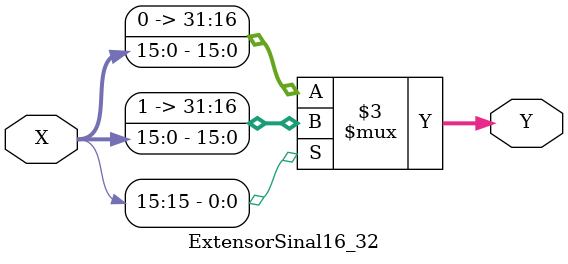
<source format=v>
module ExtensorSinal16_32(X,Y);

	input [15:0] X;
	output reg [31:0] Y;
	
	always@(*)
	begin
		if(X[15])
			Y = {16'b1111111111111111,X};
		else
			Y = {16'b0000000000000000,X};
	end
	
endmodule

</source>
